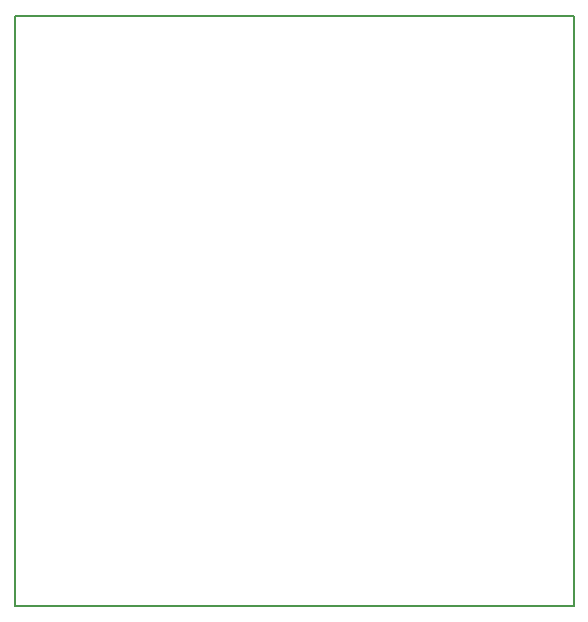
<source format=gbr>
G04 DipTrace 2.3.0.1*
%INBoardOutline.gbr*%
%MOIN*%
%ADD11C,0.0055*%
%FSLAX44Y44*%
G04*
G70*
G90*
G75*
G01*
%LNBoardOutline*%
%LPD*%
X1Y0D2*
D11*
Y19685D1*
X18623D1*
Y0D1*
X1D1*
M02*

</source>
